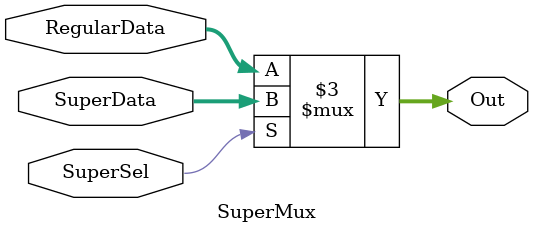
<source format=v>
`timescale 1ns / 1ps
module SuperMux(RegularData, SuperData, SuperSel, Out);
	input [31:0] RegularData, SuperData;
	input SuperSel;
	
	output reg [31:0] Out;
	
	always@(RegularData or SuperData or SuperSel) begin
		if(SuperSel) begin
			Out <= SuperData;
		end
		else begin
			Out <= RegularData;
		end
	end


endmodule

</source>
